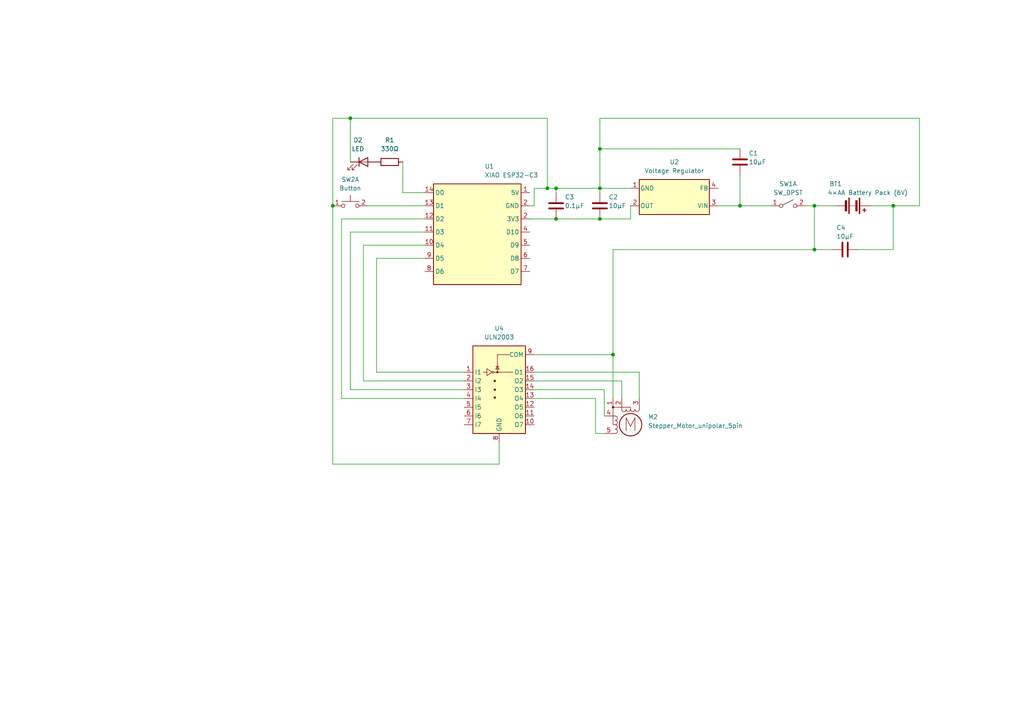
<source format=kicad_sch>
(kicad_sch (version 20250114) (generator "eeschema") (generator_version "9.0")
  (paper "A4")
  (lib_symbols
    (symbol "C_1" (pin_numbers (hide yes)) (pin_names (offset 0.254))
      (property "Reference" "C4" (at 0 2.54 0))
      (property "Value" "10µF" (at 0 0 0))
      (symbol "C_1_0_1"
        (polyline (pts (xy 1.778 -5.842) (xy 1.778 -1.778)) (stroke (width 0.508)))
        (polyline (pts (xy 3.302 -5.842) (xy 3.302 -1.778)) (stroke (width 0.508)))
      )
      (symbol "C_1_1_1"
        (pin passive line (at -1.27 -3.81 0) (length 2.794) (name "~") (number "1"))
        (pin passive line (at 6.35 -3.81 180) (length 2.794) (name "~") (number "2"))
      )
    )
    (symbol "Device:Battery" (pin_numbers (hide yes)) (pin_names (offset 0) (hide yes))
      (property "Reference" "BT1" (at 0.508 11.43 0))
      (property "Value" "4×AA Battery Pack (6V)" (at 0 8.89 0))
      (symbol "Battery_0_1"
        (rectangle (start 5.588 6.604) (end 5.08 3.556) (fill (type outline)))
        (rectangle (start 6.35 7.366) (end 6.096 2.794) (fill (type outline)))
        (polyline (pts (xy 6.604 5.08) (xy 6.858 5.08)))
        (polyline (pts (xy 7.112 5.08) (xy 7.366 5.08)))
        (polyline (pts (xy 7.62 5.08) (xy 7.874 5.08)))
        (rectangle (start 8.636 6.604) (end 8.128 3.556) (fill (type outline)))
        (rectangle (start 9.398 7.366) (end 9.144 2.794) (fill (type outline)))
        (polyline (pts (xy 9.398 5.08) (xy 10.16 5.08)))
        (polyline (pts (xy 10.668 4.318) (xy 10.668 3.302)) (stroke (width 0.254)))
        (polyline (pts (xy 11.176 3.81) (xy 10.16 3.81)) (stroke (width 0.254)))
      )
      (symbol "Battery_1_1"
        (pin passive line (at 2.54 5.08 0) (length 2.54) (name "-") (number "2"))
        (pin passive line (at 12.7 5.08 180) (length 2.54) (name "+") (number "1"))
      )
    )
    (symbol "Device:C" (pin_numbers (hide yes)) (pin_names (offset 0.254))
      (property "Reference" "C1" (at 0.762 -0.762 0))
      (property "Value" "C" (at 0.762 1.524 0))
      (symbol "C_0_1"
        (polyline (pts (xy -0.508 0.762) (xy -4.572 0.762)) (stroke (width 0.508)))
        (polyline (pts (xy -0.508 -0.762) (xy -4.572 -0.762)) (stroke (width 0.508)))
      )
      (symbol "C_1_1"
        (pin passive line (at -2.54 3.81 270) (length 2.794) (name "~") (number "2"))
        (pin passive line (at -2.54 -3.81 90) (length 2.794) (name "~") (number "1"))
      )
    )
    (symbol "Device:LED" (pin_numbers (hide yes)) (pin_names (offset 1.016) (hide yes))
      (property "Reference" "D" (at 0 2.54 0))
      (property "Value" "LED" (at 0 -2.54 0))
      (symbol "LED_0_1"
        (polyline (pts (xy -3.048 -0.762) (xy -4.572 -2.286) (xy -3.81 -2.286) (xy -4.572 -2.286) (xy -4.572 -1.524)))
        (polyline (pts (xy -1.778 -0.762) (xy -3.302 -2.286) (xy -2.54 -2.286) (xy -3.302 -2.286) (xy -3.302 -1.524)))
        (polyline (pts (xy -1.27 0) (xy 1.27 0)))
        (polyline (pts (xy -1.27 -1.27) (xy -1.27 1.27)) (stroke (width 0.254)))
        (polyline (pts (xy 1.27 -1.27) (xy 1.27 1.27) (xy -1.27 0) (xy 1.27 -1.27)) (stroke (width 0.254)))
      )
      (symbol "LED_1_1"
        (pin passive line (at -3.81 0 0) (length 2.54) (name "K") (number "1"))
        (pin passive line (at 3.81 0 180) (length 2.54) (name "A") (number "2"))
      )
    )
    (symbol "Device:R" (pin_numbers (hide yes)) (pin_names (offset 0))
      (property "Reference" "R" (at 2.032 0 90))
      (property "Value" "R" (at 0 0 90))
      (symbol "R_0_1"
        (rectangle (start -1.016 -2.54) (end 1.016 2.54) (stroke (width 0.254)))
      )
      (symbol "R_1_1"
        (pin passive line (at 0 3.81 270) (length 1.27) (name "~") (number "1"))
        (pin passive line (at 0 -3.81 90) (length 1.27) (name "~") (number "2"))
      )
    )
    (symbol "Motor:Stepper_Motor_unipolar_5pin" (pin_names (offset 0) (hide yes))
      (property "Reference" "M" (at 3.81 2.54 0))
      (property "Value" "Stepper_Motor_unipolar_5pin" (at 3.81 1.27 0))
      (symbol "Stepper_Motor_unipolar_5pin_0_0"
        (polyline (pts (xy -1.27 -1.778) (xy -1.27 2.032) (xy 0 -0.508) (xy 1.27 2.032) (xy 1.27 -1.778)))
      )
      (symbol "Stepper_Motor_unipolar_5pin_0_1"
        (circle (center -5.08 5.08) (radius 0.0001) (fill (type outline)))
        (circle (center -5.08 5.08) (radius 0.254) (fill (type outline)))
        (polyline (pts (xy -5.08 5.08) (xy -5.08 0) (xy -4.445 0)))
        (polyline (pts (xy -5.08 2.54) (xy -4.445 2.54)))
        (polyline (pts (xy -5.08 -2.54) (xy -4.445 -2.54)))
        (arc (start -4.445 2.54) (mid -3.8127 1.905) (end -4.445 1.27))
        (arc (start -4.445 1.27) (mid -3.8127 0.635) (end -4.445 0))
        (arc (start -4.445 0) (mid -3.8127 -0.635) (end -4.445 -1.27))
        (arc (start -4.445 -1.27) (mid -3.8127 -1.905) (end -4.445 -2.54))
        (polyline (pts (xy -2.54 4.445) (xy -2.54 5.08)))
        (arc (start -1.27 4.445) (mid -1.905 3.8127) (end -2.54 4.445))
        (arc (start 0 4.445) (mid -0.635 3.8127) (end -1.27 4.445))
        (polyline (pts (xy 0 4.445) (xy 0 5.08) (xy -5.08 5.08)))
        (circle (center 0 0) (radius 3.2512) (stroke (width 0.254)))
        (arc (start 1.27 4.445) (mid 0.635 3.8127) (end 0 4.445))
        (arc (start 2.54 4.445) (mid 1.905 3.8127) (end 1.27 4.445))
        (polyline (pts (xy 2.54 4.445) (xy 2.54 5.08)))
      )
      (symbol "Stepper_Motor_unipolar_5pin_1_1"
        (pin passive line (at -7.62 2.54 0) (length 2.54) (name "~") (number "4"))
        (pin passive line (at -7.62 -2.54 0) (length 2.54) (name "~") (number "5"))
        (pin passive line (at -5.08 7.62 270) (length 2.54) (name "~") (number "1"))
        (pin passive line (at -2.54 7.62 270) (length 2.54) (name "~") (number "2"))
        (pin passive line (at 2.54 7.62 270) (length 2.54) (name "-") (number "3"))
      )
    )
    (symbol "RF_Module:ESP32-C3-DevKitM-1"
      (property "Reference" "U1" (at 2.1433 20.32 0))
      (property "Value" "XIAO ESP32-C3" (at 2.1433 17.78 0))
      (symbol "ESP32-C3-DevKitM-1_1_1"
        (rectangle (start -12.7 15.24) (end 12.7 -13.97) (stroke (width 0.254)) (fill (type background)))
        (pin bidirectional line (at -15.24 12.7 0) (length 2.54) (name "D0") (number "14"))
        (pin bidirectional line (at -15.24 8.89 0) (length 2.54) (name "D1") (number "13"))
        (pin bidirectional line (at -15.24 5.08 0) (length 2.54) (name "D2") (number "12"))
        (pin bidirectional line (at -15.24 1.27 0) (length 2.54) (name "D3") (number "11"))
        (pin bidirectional line (at -15.24 -2.54 0) (length 2.54) (name "D4") (number "10"))
        (pin bidirectional line (at -15.24 -6.35 0) (length 2.54) (name "D5") (number "9"))
        (pin bidirectional line (at -15.24 -10.16 0) (length 2.54) (name "D6") (number "8"))
        (pin power_in line (at 15.24 12.7 180) (length 2.54) (name "5V") (number "1"))
        (pin power_in line (at 15.24 8.89 180) (length 2.54) (name "GND") (number "2"))
        (pin power_in line (at 15.24 5.08 180) (length 2.54) (name "3V3") (number "2"))
        (pin bidirectional line (at 15.24 1.27 180) (length 2.54) (name "D10") (number "4"))
        (pin bidirectional line (at 15.24 -2.54 180) (length 2.54) (name "D9") (number "5"))
        (pin bidirectional line (at 15.24 -6.35 180) (length 2.54) (name "D8") (number "6"))
        (pin bidirectional line (at 15.24 -10.16 180) (length 2.54) (name "D7") (number "7"))
      )
    )
    (symbol "Regulator_Switching:LM2576HVS-3.3" (pin_names (offset 0.254))
      (property "Reference" "U2" (at 0 10.16 0))
      (property "Value" "Voltage Regulator" (at 0 7.62 0))
      (symbol "LM2576HVS-3.3_0_1"
        (rectangle (start -10.16 5.08) (end 10.16 -5.08) (stroke (width 0.254)) (fill (type background)))
      )
      (symbol "LM2576HVS-3.3_1_1"
        (pin power_in line (at -12.7 2.54 0) (length 2.54) (name "GND") (number "1"))
        (pin input line (at -12.7 -2.54 0) (length 2.54) (name "OUT") (number "2"))
        (pin input line (at 12.7 2.54 180) (length 2.54) (name "FB") (number "4"))
        (pin output line (at 12.7 -2.54 180) (length 2.54) (name "VIN") (number "3"))
      )
    )
    (symbol "Switch:SW_DPST_x2" (pin_names (offset 0) (hide yes))
      (property "Reference" "SW" (at 0 3.175 0))
      (property "Value" "SW_DPST_x2" (at 0 -2.54 0))
      (symbol "SW_DPST_x2_0_0"
        (circle (center -2.032 0) (radius 0.508))
        (polyline (pts (xy -1.524 0.254) (xy 1.524 1.778)))
        (circle (center 2.032 0) (radius 0.508))
      )
      (symbol "SW_DPST_x2_1_1"
        (pin passive line (at -5.08 0 0) (length 2.54) (name "A") (number "1"))
        (pin passive line (at 5.08 0 180) (length 2.54) (name "B") (number "2"))
      )
      (symbol "SW_DPST_x2_2_1"
        (pin passive line (at -5.08 0 0) (length 2.54) (name "A") (number "3"))
        (pin passive line (at 5.08 0 180) (length 2.54) (name "B") (number "4"))
      )
    )
    (symbol "Switch:SW_Push_Dual_x2" (pin_names (offset 1.016) (hide yes))
      (property "Reference" "SW" (at 1.27 2.54 0))
      (property "Value" "SW_Push_Dual_x2" (at 0 -1.524 0))
      (symbol "SW_Push_Dual_x2_0_1"
        (circle (center -2.032 0) (radius 0.508))
        (polyline (pts (xy 0 1.27) (xy 0 3.048)))
        (circle (center 2.032 0) (radius 0.508))
        (polyline (pts (xy 2.54 1.27) (xy -2.54 1.27)))
      )
      (symbol "SW_Push_Dual_x2_1_1"
        (pin passive line (at -5.08 0 0) (length 2.54) (name "C") (number "1"))
        (pin passive line (at 5.08 0 180) (length 2.54) (name "D") (number "2"))
      )
      (symbol "SW_Push_Dual_x2_2_1"
        (pin passive line (at -5.08 0 0) (length 2.54) (name "C") (number "3"))
        (pin passive line (at 5.08 0 180) (length 2.54) (name "D") (number "4"))
      )
    )
    (symbol "Transistor_Array:ULN2003"
      (property "Reference" "U" (at 0 15.875 0))
      (property "Value" "ULN2003" (at 0 13.97 0))
      (symbol "ULN2003_0_1"
        (rectangle (start -7.62 -12.7) (end 7.62 12.7) (stroke (width 0.254)) (fill (type background)))
        (polyline (pts (xy -4.572 5.08) (xy -3.556 5.08)))
        (polyline (pts (xy -3.556 6.096) (xy -3.556 4.064) (xy -2.032 5.08) (xy -3.556 6.096)))
        (circle (center -1.778 5.08) (radius 0.254))
        (polyline (pts (xy -1.524 5.08) (xy 4.064 5.08)))
        (circle (center -1.27 2.54) (radius 0.254) (fill (type outline)))
        (circle (center -1.27 0) (radius 0.254) (fill (type outline)))
        (circle (center -1.27 -2.286) (radius 0.254) (fill (type outline)))
        (circle (center -0.508 5.08) (radius 0.254) (fill (type outline)))
        (polyline (pts (xy -0.508 5.08) (xy -0.508 10.16) (xy 2.921 10.16)))
        (polyline (pts (xy 0 6.731) (xy -1.016 6.731)))
        (polyline (pts (xy 0 5.969) (xy -1.016 5.969) (xy -0.508 6.731) (xy 0 5.969)))
      )
      (symbol "ULN2003_1_1"
        (pin input line (at -10.16 5.08 0) (length 2.54) (name "I1") (number "1"))
        (pin input line (at -10.16 2.54 0) (length 2.54) (name "I2") (number "2"))
        (pin input line (at -10.16 0 0) (length 2.54) (name "I3") (number "3"))
        (pin input line (at -10.16 -2.54 0) (length 2.54) (name "I4") (number "4"))
        (pin input line (at -10.16 -5.08 0) (length 2.54) (name "I5") (number "5"))
        (pin input line (at -10.16 -7.62 0) (length 2.54) (name "I6") (number "6"))
        (pin input line (at -10.16 -10.16 0) (length 2.54) (name "I7") (number "7"))
        (pin power_in line (at 0 -15.24 90) (length 2.54) (name "GND") (number "8"))
        (pin passive line (at 10.16 10.16 180) (length 2.54) (name "COM") (number "9"))
        (pin open_collector line (at 10.16 5.08 180) (length 2.54) (name "O1") (number "16"))
        (pin open_collector line (at 10.16 2.54 180) (length 2.54) (name "O2") (number "15"))
        (pin open_collector line (at 10.16 0 180) (length 2.54) (name "O3") (number "14"))
        (pin open_collector line (at 10.16 -2.54 180) (length 2.54) (name "O4") (number "13"))
        (pin open_collector line (at 10.16 -5.08 180) (length 2.54) (name "O5") (number "12"))
        (pin open_collector line (at 10.16 -7.62 180) (length 2.54) (name "O6") (number "11"))
        (pin open_collector line (at 10.16 -10.16 180) (length 2.54) (name "O7") (number "10"))
      )
    )
  )
  (junction (at 173.99 63.5))
  (junction (at 161.29 63.5))
  (junction (at 177.8 102.87))
  (junction (at 173.99 43.18))
  (junction (at 158.75 54.61))
  (junction (at 236.22 72.39))
  (junction (at 96.52 59.69))
  (junction (at 161.29 54.61))
  (junction (at 214.63 59.69))
  (junction (at 173.99 54.61))
  (junction (at 101.6 34.29))
  (junction (at 259.08 59.69))
  (junction (at 236.22 59.69))
  (wire (pts (xy 144.78 134.62) (xy 96.52 134.62)))
  (wire (pts (xy 154.94 113.03) (xy 175.26 113.03)))
  (wire (pts (xy 259.08 59.69) (xy 266.7 59.69)))
  (wire (pts (xy 177.8 72.39) (xy 236.22 72.39)))
  (wire (pts (xy 252.73 59.69) (xy 259.08 59.69)))
  (wire (pts (xy 173.99 55.88) (xy 173.99 54.61)))
  (wire (pts (xy 109.22 107.95) (xy 109.22 74.93)))
  (wire (pts (xy 236.22 72.39) (xy 241.3 72.39)))
  (wire (pts (xy 154.94 115.57) (xy 172.72 115.57)))
  (wire (pts (xy 214.63 59.69) (xy 223.52 59.69)))
  (wire (pts (xy 177.8 102.87) (xy 177.8 72.39)))
  (wire (pts (xy 96.52 34.29) (xy 101.6 34.29)))
  (wire (pts (xy 172.72 115.57) (xy 172.72 125.73)))
  (wire (pts (xy 173.99 43.18) (xy 214.63 43.18)))
  (wire (pts (xy 109.22 74.93) (xy 123.19 74.93)))
  (wire (pts (xy 259.08 72.39) (xy 259.08 59.69)))
  (wire (pts (xy 134.62 107.95) (xy 109.22 107.95)))
  (wire (pts (xy 105.41 71.12) (xy 105.41 110.49)))
  (wire (pts (xy 208.28 59.69) (xy 214.63 59.69)))
  (wire (pts (xy 180.34 110.49) (xy 180.34 115.57)))
  (wire (pts (xy 158.75 34.29) (xy 158.75 54.61)))
  (wire (pts (xy 154.94 110.49) (xy 180.34 110.49)))
  (wire (pts (xy 185.42 107.95) (xy 185.42 115.57)))
  (wire (pts (xy 242.57 59.69) (xy 236.22 59.69)))
  (wire (pts (xy 236.22 72.39) (xy 236.22 59.69)))
  (wire (pts (xy 134.62 113.03) (xy 101.6 113.03)))
  (wire (pts (xy 123.19 59.69) (xy 106.68 59.69)))
  (wire (pts (xy 177.8 115.57) (xy 177.8 102.87)))
  (wire (pts (xy 172.72 125.73) (xy 175.26 125.73)))
  (wire (pts (xy 154.94 54.61) (xy 154.94 59.69)))
  (wire (pts (xy 154.94 107.95) (xy 185.42 107.95)))
  (wire (pts (xy 161.29 63.5) (xy 173.99 63.5)))
  (wire (pts (xy 144.78 128.27) (xy 144.78 134.62)))
  (wire (pts (xy 248.92 72.39) (xy 259.08 72.39)))
  (wire (pts (xy 266.7 34.29) (xy 173.99 34.29)))
  (wire (pts (xy 175.26 113.03) (xy 175.26 120.65)))
  (wire (pts (xy 173.99 34.29) (xy 173.99 43.18)))
  (wire (pts (xy 236.22 59.69) (xy 233.68 59.69)))
  (wire (pts (xy 154.94 102.87) (xy 177.8 102.87)))
  (wire (pts (xy 116.84 55.88) (xy 116.84 46.99)))
  (wire (pts (xy 153.67 63.5) (xy 161.29 63.5)))
  (wire (pts (xy 101.6 67.31) (xy 123.19 67.31)))
  (wire (pts (xy 214.63 50.8) (xy 214.63 59.69)))
  (wire (pts (xy 101.6 113.03) (xy 101.6 67.31)))
  (wire (pts (xy 154.94 54.61) (xy 158.75 54.61)))
  (wire (pts (xy 173.99 54.61) (xy 161.29 54.61)))
  (wire (pts (xy 173.99 43.18) (xy 173.99 54.61)))
  (wire (pts (xy 99.06 63.5) (xy 99.06 115.57)))
  (wire (pts (xy 161.29 54.61) (xy 161.29 55.88)))
  (wire (pts (xy 182.88 63.5) (xy 182.88 59.69)))
  (wire (pts (xy 266.7 34.29) (xy 266.7 59.69)))
  (wire (pts (xy 101.6 34.29) (xy 158.75 34.29)))
  (wire (pts (xy 105.41 110.49) (xy 134.62 110.49)))
  (wire (pts (xy 154.94 59.69) (xy 153.67 59.69)))
  (wire (pts (xy 123.19 55.88) (xy 116.84 55.88)))
  (wire (pts (xy 96.52 134.62) (xy 96.52 59.69)))
  (wire (pts (xy 123.19 63.5) (xy 99.06 63.5)))
  (wire (pts (xy 123.19 71.12) (xy 105.41 71.12)))
  (wire (pts (xy 161.29 54.61) (xy 158.75 54.61)))
  (wire (pts (xy 173.99 63.5) (xy 182.88 63.5)))
  (wire (pts (xy 173.99 54.61) (xy 182.88 54.61)))
  (wire (pts (xy 96.52 59.69) (xy 96.52 34.29)))
  (wire (pts (xy 101.6 46.99) (xy 101.6 34.29)))
  (wire (pts (xy 99.06 115.57) (xy 134.62 115.57)))
  (symbol (lib_id "Motor:Stepper_Motor_unipolar_5pin") (at 182.88 123.19 0) (unit 1)
    (property "Reference" "M2" (at 187.96 120.942 0) (effects (justify left)))
    (property "Value" "Stepper_Motor_unipolar_5pin" (at 187.96 123.482 0) (effects (justify left)))
    (property "Datasheet" "http://www.infineon.com/dgdl/Application-Note-TLE8110EE_driving_UniPolarStepperMotor_V1.1.pdf?fileId=db3a30431be39b97011be5d0aa0a00b0" (effects (hide yes)))
    (property "Description" "5-wire unipolar stepper motor" (effects (hide yes)))
  )
  (symbol (lib_id "Device:C") (at 163.83 59.69 0) (unit 1)
    (property "Reference" "C3" (at 163.83 57.15 0) (effects (justify left)))
    (property "Value" "0.1µF" (at 163.83 59.69 0) (effects (justify left)))
    (property "Description" "Unpolarized capacitor" (effects (hide yes)))
  )
  (symbol (lib_id "Device:C") (at 217.17 46.99 0) (unit 1)
    (property "Reference" "C1" (at 217.17 44.45 0) (effects (justify left)))
    (property "Value" "10µF" (at 217.17 46.99 0) (effects (justify left)))
    (property "Description" "Unpolarized capacitor" (effects (hide yes)))
  )
  (symbol (lib_id "Regulator_Switching:LM2576HVS-3.3") (at 195.58 57.15 0) (unit 1)
    (property "Reference" "U2" (at 195.58 46.99 0))
    (property "Value" "Voltage Regulator" (at 195.58 49.53 0))
    (property "Footprint" "Package_TO_SOT_SMD:TO-263-5_TabPin3" (effects (hide yes)))
    (property "Datasheet" "http://www.ti.com/lit/ds/symlink/lm2576.pdf" (effects (hide yes)))
    (property "Description" "3.3V, 3A, SIMPLE SWITCHER® Step-Down Voltage Regulator, High Voltage Input, TO-263" (effects (hide yes)))
  )
  (symbol (lib_id "Device:Battery") (at 240.03 64.77 0) (unit 1)
    (property "Reference" "BT1" (at 240.538 53.34 0) (effects (justify left)))
    (property "Value" "4×AA Battery Pack (6V)" (at 240.03 55.88 0) (effects (justify left)))
    (property "Description" "Multiple-cell battery" (effects (hide yes)))
  )
  (symbol (lib_name "C_1") (lib_id "Device:C") (at 242.57 68.58 0) (unit 1)
    (property "Reference" "C4" (at 242.57 66.04 0) (effects (justify left)))
    (property "Value" "10µF" (at 242.57 68.58 0) (effects (justify left)))
    (property "Description" "Unpolarized capacitor" (effects (hide yes)))
  )
  (symbol (lib_id "Device:LED") (at 105.41 46.99 0) (unit 1)
    (property "Reference" "D2" (at 103.8225 40.64 0))
    (property "Value" "LED" (at 103.8225 43.18 0))
    (property "Description" "Light emitting diode" (effects (hide yes)))
    (property "Sim.Pins" "1=K 2=A" (effects (hide yes)))
  )
  (symbol (lib_id "RF_Module:ESP32-C3-DevKitM-1") (at 138.43 68.58 0) (unit 1)
    (property "Reference" "U1" (at 140.5733 48.26 0) (effects (justify left)))
    (property "Value" "XIAO ESP32-C3" (at 140.5733 50.8 0) (effects (justify left)))
    (property "Footprint" "RF_Module:ESP32-C3-DevKitM-1" (effects (hide yes)))
    (property "Datasheet" "https://docs.espressif.com/projects/esp-idf/en/latest/esp32c3/hw-reference/esp32c3/user-guide-devkitm-1.html" (effects (hide yes)))
    (property "Description" "Development board featuring ESP32-C3-MINI-1 module" (effects (hide yes)))
  )
  (symbol (lib_id "Switch:SW_DPST_x2") (at 228.6 59.69 0) (unit 1)
    (property "Reference" "SW1" (at 228.6 53.34 0))
    (property "Value" "SW_DPST" (at 228.6 55.88 0))
    (property "Description" "Single Pole Single Throw (SPST) switch, separate symbol" (effects (hide yes)))
  )
  (symbol (lib_id "Transistor_Array:ULN2003") (at 144.78 113.03 0) (unit 1)
    (property "Reference" "U4" (at 144.78 95.25 0))
    (property "Value" "ULN2003" (at 144.78 97.79 0))
    (property "Datasheet" "http://www.ti.com/lit/ds/symlink/uln2003a.pdf" (effects (hide yes)))
    (property "Description" "High Voltage, High Current Darlington Transistor Arrays, SOIC16/SOIC16W/DIP16/TSSOP16" (effects (hide yes)))
  )
  (symbol (lib_id "Device:R") (at 113.03 46.99 90) (unit 1)
    (property "Reference" "R1" (at 113.03 40.64 90))
    (property "Value" "330Ω" (at 113.03 43.18 90))
    (property "Description" "Resistor" (effects (hide yes)))
  )
  (symbol (lib_id "Switch:SW_Push_Dual_x2") (at 101.6 59.69 0) (unit 1)
    (property "Reference" "SW2" (at 101.6 52.07 0))
    (property "Value" "Button" (at 101.6 54.61 0))
    (property "Description" "Push button switch, generic, separate symbols, four pins" (effects (hide yes)))
  )
  (symbol (lib_id "Device:C") (at 176.53 59.69 0) (unit 1)
    (property "Reference" "C2" (at 176.53 57.15 0) (effects (justify left)))
    (property "Value" "10µF" (at 176.53 59.69 0) (effects (justify left)))
    (property "Description" "Unpolarized capacitor" (effects (hide yes)))
  )
)
</source>
